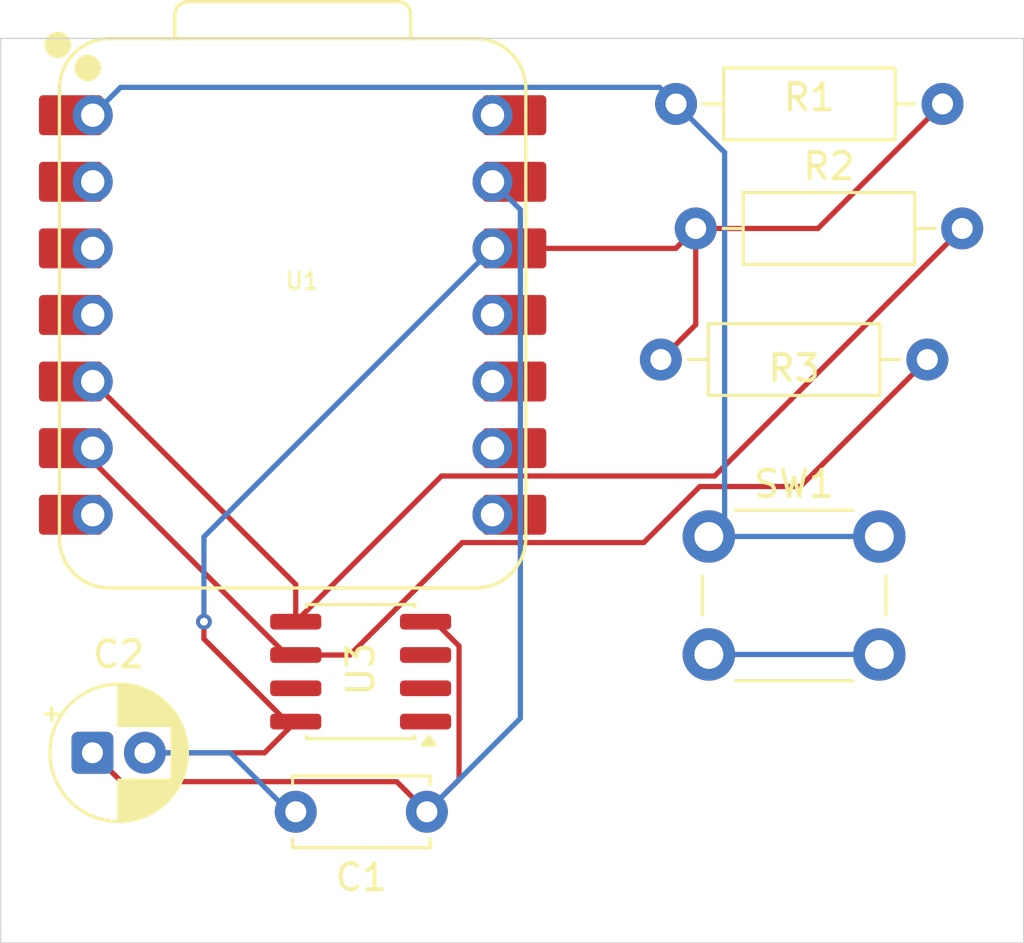
<source format=kicad_pcb>
(kicad_pcb (version 20241229) (generator "pcbnew") (generator_version "9.0")
  (layers (0 "F.Cu" signal) (2 "B.Cu" signal) (13 "F.Paste" user) (15 "B.Paste" user) (5 "F.SilkS" user "F.Silkscreen") (7 "B.SilkS" user "B.Silkscreen") (1 "F.Mask" user) (3 "B.Mask" user) (25 "Edge.Cuts" user))
  (net 0 "")
  (net 1 "Net-(SW1-A)")
  (net 2 "Net-(U1-3V3)")
  (net 3 "Net-(U1-GPIO26{slash}ADC0{slash}A0)")
  (net 4 "Net-(U1-GPIO6{slash}SDA)")
  (net 5 "Net-(U1-GPIO7{slash}SCL)")
  (net 6 "unconnected-(SW1-Pad2)")
  (footprint "opl:XIAO-RP2040-DIP" (layer "F.Cu") (at 93.631 83.5495)
    (property "Reference" "U1" (at 0.369 -1.2995 0) (layer "F.SilkS") (effects (font (size 0.635 0.635) (thickness 0.1016))))
    (property "Value" "XIAO-RP2040-DIP")
    (fp_line (start -8.89 8.509) (end -8.89 -8.636) (stroke (width 0.127)) (layer "F.SilkS"))
    (fp_line (start -6.985 10.414) (end 6.985 10.414) (stroke (width 0.127)) (layer "F.SilkS"))
    (fp_line (start -4.495 -10.541) (end -4.491272 -11.451272) (stroke (width 0.127)) (layer "F.SilkS"))
    (fp_line (start -3.991272 -11.951) (end 4.004 -11.951) (stroke (width 0.127)) (layer "F.SilkS"))
    (fp_line (start 4.504 -11.451) (end 4.504 -10.541) (stroke (width 0.127)) (layer "F.SilkS"))
    (fp_line (start 6.985 -10.541) (end -6.985 -10.541) (stroke (width 0.1)) (layer "F.SilkS"))
    (fp_line (start 6.985 -10.541) (end -6.985 -10.541) (stroke (width 0.127)) (layer "F.SilkS"))
    (fp_line (start 8.89 8.509) (end 8.89 -8.636) (stroke (width 0.127)) (layer "F.SilkS"))
    (fp_arc (start -8.89 -8.636) (mid -8.332038 -9.983038) (end -6.985 -10.541) (stroke (width 0.127)) (layer "F.SilkS"))
    (fp_arc (start -6.985 10.414) (mid -8.332038 9.856038) (end -8.89 8.509) (stroke (width 0.127)) (layer "F.SilkS"))
    (fp_arc (start -4.491272 -11.451272) (mid -4.344728 -11.80464) (end -3.991272 -11.951) (stroke (width 0.127)) (layer "F.SilkS"))
    (fp_arc (start 4.004 -11.951) (mid 4.357553 -11.804553) (end 4.504 -11.451) (stroke (width 0.127)) (layer "F.SilkS"))
    (fp_arc (start 6.985 -10.541) (mid 8.332038 -9.983038) (end 8.89 -8.636) (stroke (width 0.127)) (layer "F.SilkS"))
    (fp_arc (start 8.89 8.509) (mid 8.332038 9.856038) (end 6.985 10.414) (stroke (width 0.127)) (layer "F.SilkS"))
    (fp_circle (center -8.95 -10.3) (end -8.95 -10.554) (stroke (width 0.5)) (fill yes) (layer "F.SilkS"))
    (fp_circle (center -7.807 -9.42) (end -7.807 -9.674) (stroke (width 0.5)) (fill yes) (layer "F.SilkS"))
    (pad "1" smd roundrect (at -8.455 -7.62 180) (size 2.432 1.524) (layers "F.Cu" "F.Mask") (roundrect_rratio 0.1) (net 3 "Net-(U1-GPIO26{slash}ADC0{slash}A0)"))
    (pad "1" thru_hole circle (at -7.62 -7.62 180) (size 1.524 1.524) (drill 0.889) (layers "*.Cu" "*.Mask") (net 3 "Net-(U1-GPIO26{slash}ADC0{slash}A0)"))
    (pad "2" smd roundrect (at -8.455 -5.08 180) (size 2.432 1.524) (layers "F.Cu" "F.Mask") (roundrect_rratio 0.1))
    (pad "2" thru_hole circle (at -7.62 -5.08 180) (size 1.524 1.524) (drill 0.889) (layers "*.Cu" "*.Mask"))
    (pad "3" smd roundrect (at -8.455 -2.54 180) (size 2.432 1.524) (layers "F.Cu" "F.Mask") (roundrect_rratio 0.1))
    (pad "3" thru_hole circle (at -7.62 -2.54 180) (size 1.524 1.524) (drill 0.889) (layers "*.Cu" "*.Mask"))
    (pad "4" smd roundrect (at -8.455 0 180) (size 2.432 1.524) (layers "F.Cu" "F.Mask") (roundrect_rratio 0.1))
    (pad "4" thru_hole circle (at -7.62 0 180) (size 1.524 1.524) (drill 0.889) (layers "*.Cu" "*.Mask"))
    (pad "5" smd roundrect (at -8.455 2.54 180) (size 2.432 1.524) (layers "F.Cu" "F.Mask") (roundrect_rratio 0.1) (net 4 "Net-(U1-GPIO6{slash}SDA)"))
    (pad "5" thru_hole circle (at -7.62 2.54 180) (size 1.524 1.524) (drill 0.889) (layers "*.Cu" "*.Mask") (net 4 "Net-(U1-GPIO6{slash}SDA)"))
    (pad "6" smd roundrect (at -8.455 5.08 180) (size 2.432 1.524) (layers "F.Cu" "F.Mask") (roundrect_rratio 0.1) (net 5 "Net-(U1-GPIO7{slash}SCL)"))
    (pad "6" thru_hole circle (at -7.62 5.08 180) (size 1.524 1.524) (drill 0.889) (layers "*.Cu" "*.Mask") (net 5 "Net-(U1-GPIO7{slash}SCL)"))
    (pad "7" smd roundrect (at -8.455 7.62 180) (size 2.432 1.524) (layers "F.Cu" "F.Mask") (roundrect_rratio 0.1))
    (pad "7" thru_hole circle (at -7.62 7.62 180) (size 1.524 1.524) (drill 0.889) (layers "*.Cu" "*.Mask"))
    (pad "8" thru_hole circle (at 7.62 7.62) (size 1.524 1.524) (drill 0.889) (layers "*.Cu" "*.Mask"))
    (pad "8" smd roundrect (at 8.455 7.62) (size 2.432 1.524) (layers "F.Cu" "F.Mask") (roundrect_rratio 0.1))
    (pad "9" thru_hole circle (at 7.62 5.08) (size 1.524 1.524) (drill 0.889) (layers "*.Cu" "*.Mask"))
    (pad "9" smd roundrect (at 8.455 5.08) (size 2.432 1.524) (layers "F.Cu" "F.Mask") (roundrect_rratio 0.1))
    (pad "10" thru_hole circle (at 7.62 2.54) (size 1.524 1.524) (drill 0.889) (layers "*.Cu" "*.Mask"))
    (pad "10" smd roundrect (at 8.455 2.54) (size 2.432 1.524) (layers "F.Cu" "F.Mask") (roundrect_rratio 0.1))
    (pad "11" thru_hole circle (at 7.62 0) (size 1.524 1.524) (drill 0.889) (layers "*.Cu" "*.Mask"))
    (pad "11" smd roundrect (at 8.455 0) (size 2.432 1.524) (layers "F.Cu" "F.Mask") (roundrect_rratio 0.1))
    (pad "12" thru_hole circle (at 7.62 -2.54) (size 1.524 1.524) (drill 0.889) (layers "*.Cu" "*.Mask") (net 2 "Net-(U1-3V3)"))
    (pad "12" smd roundrect (at 8.455 -2.54) (size 2.432 1.524) (layers "F.Cu" "F.Mask") (roundrect_rratio 0.1) (net 2 "Net-(U1-3V3)"))
    (pad "13" thru_hole circle (at 7.62 -5.08) (size 1.524 1.524) (drill 0.889) (layers "*.Cu" "*.Mask") (net 1 "Net-(SW1-A)"))
    (pad "13" smd roundrect (at 8.455 -5.08) (size 2.432 1.524) (layers "F.Cu" "F.Mask") (roundrect_rratio 0.1) (net 1 "Net-(SW1-A)"))
    (pad "14" thru_hole circle (at 7.62 -7.62) (size 1.524 1.524) (drill 0.889) (layers "*.Cu" "*.Mask"))
    (pad "14" smd roundrect (at 8.455 -7.62) (size 2.432 1.524) (layers "F.Cu" "F.Mask") (roundrect_rratio 0.1))
  )
  (footprint "Capacitor_THT:C_Disc_D5.0mm_W2.5mm_P5.00mm" (layer "F.Cu") (at 98.75 102.5 180)
    (property "Reference" "C1" (at 2.5 -2.5 0) (layer "F.SilkS"))
    (property "Value" "100nF")
    (fp_line (start 5.12 1.37) (end -0.12 1.37) (stroke (width 0.12)) (layer "F.SilkS"))
    (fp_line (start 5.12 1.033) (end 5.12 1.37) (stroke (width 0.12)) (layer "F.SilkS"))
    (fp_line (start 5.12 -1.37) (end 5.12 -1.033) (stroke (width 0.12)) (layer "F.SilkS"))
    (fp_line (start -0.12 1.37) (end -0.12 1.033) (stroke (width 0.12)) (layer "F.SilkS"))
    (fp_line (start -0.12 -1.033) (end -0.12 -1.37) (stroke (width 0.12)) (layer "F.SilkS"))
    (fp_line (start -0.12 -1.37) (end 5.12 -1.37) (stroke (width 0.12)) (layer "F.SilkS"))
    (pad "1" thru_hole circle (at 0 0 180) (size 1.6 1.6) (drill 0.8) (layers "*.Cu" "*.Mask") (net 1 "Net-(SW1-A)"))
    (pad "2" thru_hole circle (at 5 0 180) (size 1.6 1.6) (drill 0.8) (layers "*.Cu" "*.Mask") (net 2 "Net-(U1-3V3)"))
  )
  (footprint "Button_Switch_THT:SW_PUSH_6mm" (layer "F.Cu") (at 109.5 92)
    (property "Reference" "SW1" (at 3.25 -2 0) (layer "F.SilkS"))
    (property "Value" "SW_MEC_5E")
    (fp_line (start -0.25 1.5) (end -0.25 3) (stroke (width 0.12)) (layer "F.SilkS"))
    (fp_line (start 1 5.5) (end 5.5 5.5) (stroke (width 0.12)) (layer "F.SilkS"))
    (fp_line (start 5.5 -1) (end 1 -1) (stroke (width 0.12)) (layer "F.SilkS"))
    (fp_line (start 6.75 3) (end 6.75 1.5) (stroke (width 0.12)) (layer "F.SilkS"))
    (pad "1" thru_hole circle (at 0 0 90) (size 2 2) (drill 1.1) (layers "*.Cu" "*.Mask") (net 3 "Net-(U1-GPIO26{slash}ADC0{slash}A0)"))
    (pad "1" thru_hole circle (at 6.5 0 90) (size 2 2) (drill 1.1) (layers "*.Cu" "*.Mask") (net 3 "Net-(U1-GPIO26{slash}ADC0{slash}A0)"))
    (pad "2" thru_hole circle (at 0 4.5 90) (size 2 2) (drill 1.1) (layers "*.Cu" "*.Mask") (net 6 "unconnected-(SW1-Pad2)"))
    (pad "2" thru_hole circle (at 6.5 4.5 90) (size 2 2) (drill 1.1) (layers "*.Cu" "*.Mask") (net 6 "unconnected-(SW1-Pad2)"))
  )
  (footprint "Capacitor_THT:CP_Radial_D5.0mm_P2.00mm" (layer "F.Cu") (at 86 100.25)
    (property "Reference" "C2" (at 1 -3.75 0) (layer "F.SilkS"))
    (property "Value" "10µF")
    (fp_line (start -1.804775 -1.475) (end -1.304775 -1.475) (stroke (width 0.12)) (layer "F.SilkS"))
    (fp_line (start -1.554775 -1.725) (end -1.554775 -1.225) (stroke (width 0.12)) (layer "F.SilkS"))
    (fp_line (start 1 -2.58) (end 1 -1.04) (stroke (width 0.12)) (layer "F.SilkS"))
    (fp_line (start 1 1.04) (end 1 2.58) (stroke (width 0.12)) (layer "F.SilkS"))
    (fp_line (start 1.04 -2.58) (end 1.04 -1.04) (stroke (width 0.12)) (layer "F.SilkS"))
    (fp_line (start 1.04 1.04) (end 1.04 2.58) (stroke (width 0.12)) (layer "F.SilkS"))
    (fp_line (start 1.08 -2.579) (end 1.08 -1.04) (stroke (width 0.12)) (layer "F.SilkS"))
    (fp_line (start 1.08 1.04) (end 1.08 2.579) (stroke (width 0.12)) (layer "F.SilkS"))
    (fp_line (start 1.12 -2.577) (end 1.12 -1.04) (stroke (width 0.12)) (layer "F.SilkS"))
    (fp_line (start 1.12 1.04) (end 1.12 2.577) (stroke (width 0.12)) (layer "F.SilkS"))
    (fp_line (start 1.16 -2.575) (end 1.16 -1.04) (stroke (width 0.12)) (layer "F.SilkS"))
    (fp_line (start 1.16 1.04) (end 1.16 2.575) (stroke (width 0.12)) (layer "F.SilkS"))
    (fp_line (start 1.2 -2.572) (end 1.2 -1.04) (stroke (width 0.12)) (layer "F.SilkS"))
    (fp_line (start 1.2 1.04) (end 1.2 2.572) (stroke (width 0.12)) (layer "F.SilkS"))
    (fp_line (start 1.24 -2.569) (end 1.24 -1.04) (stroke (width 0.12)) (layer "F.SilkS"))
    (fp_line (start 1.24 1.04) (end 1.24 2.569) (stroke (width 0.12)) (layer "F.SilkS"))
    (fp_line (start 1.28 -2.565) (end 1.28 -1.04) (stroke (width 0.12)) (layer "F.SilkS"))
    (fp_line (start 1.28 1.04) (end 1.28 2.565) (stroke (width 0.12)) (layer "F.SilkS"))
    (fp_line (start 1.32 -2.56) (end 1.32 -1.04) (stroke (width 0.12)) (layer "F.SilkS"))
    (fp_line (start 1.32 1.04) (end 1.32 2.56) (stroke (width 0.12)) (layer "F.SilkS"))
    (fp_line (start 1.36 -2.555) (end 1.36 -1.04) (stroke (width 0.12)) (layer "F.SilkS"))
    (fp_line (start 1.36 1.04) (end 1.36 2.555) (stroke (width 0.12)) (layer "F.SilkS"))
    (fp_line (start 1.4 -2.549) (end 1.4 -1.04) (stroke (width 0.12)) (layer "F.SilkS"))
    (fp_line (start 1.4 1.04) (end 1.4 2.549) (stroke (width 0.12)) (layer "F.SilkS"))
    (fp_line (start 1.44 -2.543) (end 1.44 -1.04) (stroke (width 0.12)) (layer "F.SilkS"))
    (fp_line (start 1.44 1.04) (end 1.44 2.543) (stroke (width 0.12)) (layer "F.SilkS"))
    (fp_line (start 1.48 -2.536) (end 1.48 -1.04) (stroke (width 0.12)) (layer "F.SilkS"))
    (fp_line (start 1.48 1.04) (end 1.48 2.536) (stroke (width 0.12)) (layer "F.SilkS"))
    (fp_line (start 1.52 -2.528) (end 1.52 -1.04) (stroke (width 0.12)) (layer "F.SilkS"))
    (fp_line (start 1.52 1.04) (end 1.52 2.528) (stroke (width 0.12)) (layer "F.SilkS"))
    (fp_line (start 1.56 -2.519) (end 1.56 -1.04) (stroke (width 0.12)) (layer "F.SilkS"))
    (fp_line (start 1.56 1.04) (end 1.56 2.519) (stroke (width 0.12)) (layer "F.SilkS"))
    (fp_line (start 1.6 -2.51) (end 1.6 -1.04) (stroke (width 0.12)) (layer "F.SilkS"))
    (fp_line (start 1.6 1.04) (end 1.6 2.51) (stroke (width 0.12)) (layer "F.SilkS"))
    (fp_line (start 1.64 -2.501) (end 1.64 -1.04) (stroke (width 0.12)) (layer "F.SilkS"))
    (fp_line (start 1.64 1.04) (end 1.64 2.501) (stroke (width 0.12)) (layer "F.SilkS"))
    (fp_line (start 1.68 -2.49) (end 1.68 -1.04) (stroke (width 0.12)) (layer "F.SilkS"))
    (fp_line (start 1.68 1.04) (end 1.68 2.49) (stroke (width 0.12)) (layer "F.SilkS"))
    (fp_line (start 1.72 -2.479) (end 1.72 -1.04) (stroke (width 0.12)) (layer "F.SilkS"))
    (fp_line (start 1.72 1.04) (end 1.72 2.479) (stroke (width 0.12)) (layer "F.SilkS"))
    (fp_line (start 1.76 -2.467) (end 1.76 -1.04) (stroke (width 0.12)) (layer "F.SilkS"))
    (fp_line (start 1.76 1.04) (end 1.76 2.467) (stroke (width 0.12)) (layer "F.SilkS"))
    (fp_line (start 1.8 -2.455) (end 1.8 -1.04) (stroke (width 0.12)) (layer "F.SilkS"))
    (fp_line (start 1.8 1.04) (end 1.8 2.455) (stroke (width 0.12)) (layer "F.SilkS"))
    (fp_line (start 1.84 -2.442) (end 1.84 -1.04) (stroke (width 0.12)) (layer "F.SilkS"))
    (fp_line (start 1.84 1.04) (end 1.84 2.442) (stroke (width 0.12)) (layer "F.SilkS"))
    (fp_line (start 1.88 -2.428) (end 1.88 -1.04) (stroke (width 0.12)) (layer "F.SilkS"))
    (fp_line (start 1.88 1.04) (end 1.88 2.428) (stroke (width 0.12)) (layer "F.SilkS"))
    (fp_line (start 1.92 -2.413) (end 1.92 -1.04) (stroke (width 0.12)) (layer "F.SilkS"))
    (fp_line (start 1.92 1.04) (end 1.92 2.413) (stroke (width 0.12)) (layer "F.SilkS"))
    (fp_line (start 1.96 -2.398) (end 1.96 -1.04) (stroke (width 0.12)) (layer "F.SilkS"))
    (fp_line (start 1.96 1.04) (end 1.96 2.398) (stroke (width 0.12)) (layer "F.SilkS"))
    (fp_line (start 2 -2.382) (end 2 -1.04) (stroke (width 0.12)) (layer "F.SilkS"))
    (fp_line (start 2 1.04) (end 2 2.382) (stroke (width 0.12)) (layer "F.SilkS"))
    (fp_line (start 2.04 -2.365) (end 2.04 -1.04) (stroke (width 0.12)) (layer "F.SilkS"))
    (fp_line (start 2.04 1.04) (end 2.04 2.365) (stroke (width 0.12)) (layer "F.SilkS"))
    (fp_line (start 2.08 -2.347) (end 2.08 -1.04) (stroke (width 0.12)) (layer "F.SilkS"))
    (fp_line (start 2.08 1.04) (end 2.08 2.347) (stroke (width 0.12)) (layer "F.SilkS"))
    (fp_line (start 2.12 -2.329) (end 2.12 -1.04) (stroke (width 0.12)) (layer "F.SilkS"))
    (fp_line (start 2.12 1.04) (end 2.12 2.329) (stroke (width 0.12)) (layer "F.SilkS"))
    (fp_line (start 2.16 -2.309) (end 2.16 -1.04) (stroke (width 0.12)) (layer "F.SilkS"))
    (fp_line (start 2.16 1.04) (end 2.16 2.309) (stroke (width 0.12)) (layer "F.SilkS"))
    (fp_line (start 2.2 -2.289) (end 2.2 -1.04) (stroke (width 0.12)) (layer "F.SilkS"))
    (fp_line (start 2.2 1.04) (end 2.2 2.289) (stroke (width 0.12)) (layer "F.SilkS"))
    (fp_line (start 2.24 -2.268) (end 2.24 -1.04) (stroke (width 0.12)) (layer "F.SilkS"))
    (fp_line (start 2.24 1.04) (end 2.24 2.268) (stroke (width 0.12)) (layer "F.SilkS"))
    (fp_line (start 2.28 -2.246) (end 2.28 -1.04) (stroke (width 0.12)) (layer "F.SilkS"))
    (fp_line (start 2.28 1.04) (end 2.28 2.246) (stroke (width 0.12)) (layer "F.SilkS"))
    (fp_line (start 2.32 -2.223) (end 2.32 -1.04) (stroke (width 0.12)) (layer "F.SilkS"))
    (fp_line (start 2.32 1.04) (end 2.32 2.223) (stroke (width 0.12)) (layer "F.SilkS"))
    (fp_line (start 2.36 -2.199) (end 2.36 -1.04) (stroke (width 0.12)) (layer "F.SilkS"))
    (fp_line (start 2.36 1.04) (end 2.36 2.199) (stroke (width 0.12)) (layer "F.SilkS"))
    (fp_line (start 2.4 -2.175) (end 2.4 -1.04) (stroke (width 0.12)) (layer "F.SilkS"))
    (fp_line (start 2.4 1.04) (end 2.4 2.175) (stroke (width 0.12)) (layer "F.SilkS"))
    (fp_line (start 2.44 -2.149) (end 2.44 -1.04) (stroke (width 0.12)) (layer "F.SilkS"))
    (fp_line (start 2.44 1.04) (end 2.44 2.149) (stroke (width 0.12)) (layer "F.SilkS"))
    (fp_line (start 2.48 -2.122) (end 2.48 -1.04) (stroke (width 0.12)) (layer "F.SilkS"))
    (fp_line (start 2.48 1.04) (end 2.48 2.122) (stroke (width 0.12)) (layer "F.SilkS"))
    (fp_line (start 2.52 -2.094) (end 2.52 -1.04) (stroke (width 0.12)) (layer "F.SilkS"))
    (fp_line (start 2.52 1.04) (end 2.52 2.094) (stroke (width 0.12)) (layer "F.SilkS"))
    (fp_line (start 2.56 -2.065) (end 2.56 -1.04) (stroke (width 0.12)) (layer "F.SilkS"))
    (fp_line (start 2.56 1.04) (end 2.56 2.065) (stroke (width 0.12)) (layer "F.SilkS"))
    (fp_line (start 2.6 -2.035) (end 2.6 -1.04) (stroke (width 0.12)) (layer "F.SilkS"))
    (fp_line (start 2.6 1.04) (end 2.6 2.035) (stroke (width 0.12)) (layer "F.SilkS"))
    (fp_line (start 2.64 -2.003) (end 2.64 -1.04) (stroke (width 0.12)) (layer "F.SilkS"))
    (fp_line (start 2.64 1.04) (end 2.64 2.003) (stroke (width 0.12)) (layer "F.SilkS"))
    (fp_line (start 2.68 -1.97) (end 2.68 -1.04) (stroke (width 0.12)) (layer "F.SilkS"))
    (fp_line (start 2.68 1.04) (end 2.68 1.97) (stroke (width 0.12)) (layer "F.SilkS"))
    (fp_line (start 2.72 -1.936) (end 2.72 -1.04) (stroke (width 0.12)) (layer "F.SilkS"))
    (fp_line (start 2.72 1.04) (end 2.72 1.936) (stroke (width 0.12)) (layer "F.SilkS"))
    (fp_line (start 2.76 -1.901) (end 2.76 -1.04) (stroke (width 0.12)) (layer "F.SilkS"))
    (fp_line (start 2.76 1.04) (end 2.76 1.901) (stroke (width 0.12)) (layer "F.SilkS"))
    (fp_line (start 2.8 -1.864) (end 2.8 -1.04) (stroke (width 0.12)) (layer "F.SilkS"))
    (fp_line (start 2.8 1.04) (end 2.8 1.864) (stroke (width 0.12)) (layer "F.SilkS"))
    (fp_line (start 2.84 -1.825) (end 2.84 -1.04) (stroke (width 0.12)) (layer "F.SilkS"))
    (fp_line (start 2.84 1.04) (end 2.84 1.825) (stroke (width 0.12)) (layer "F.SilkS"))
    (fp_line (start 2.88 -1.785) (end 2.88 -1.04) (stroke (width 0.12)) (layer "F.SilkS"))
    (fp_line (start 2.88 1.04) (end 2.88 1.785) (stroke (width 0.12)) (layer "F.SilkS"))
    (fp_line (start 2.92 -1.743) (end 2.92 -1.04) (stroke (width 0.12)) (layer "F.SilkS"))
    (fp_line (start 2.92 1.04) (end 2.92 1.743) (stroke (width 0.12)) (layer "F.SilkS"))
    (fp_line (start 2.96 -1.699) (end 2.96 -1.04) (stroke (width 0.12)) (layer "F.SilkS"))
    (fp_line (start 2.96 1.04) (end 2.96 1.699) (stroke (width 0.12)) (layer "F.SilkS"))
    (fp_line (start 3 -1.652) (end 3 -1.04) (stroke (width 0.12)) (layer "F.SilkS"))
    (fp_line (start 3 1.04) (end 3 1.652) (stroke (width 0.12)) (layer "F.SilkS"))
    (fp_line (start 3.04 -1.604) (end 3.04 1.604) (stroke (width 0.12)) (layer "F.SilkS"))
    (fp_line (start 3.08 -1.553) (end 3.08 1.553) (stroke (width 0.12)) (layer "F.SilkS"))
    (fp_line (start 3.12 -1.499) (end 3.12 1.499) (stroke (width 0.12)) (layer "F.SilkS"))
    (fp_line (start 3.16 -1.443) (end 3.16 1.443) (stroke (width 0.12)) (layer "F.SilkS"))
    (fp_line (start 3.2 -1.383) (end 3.2 1.383) (stroke (width 0.12)) (layer "F.SilkS"))
    (fp_line (start 3.24 -1.319) (end 3.24 1.319) (stroke (width 0.12)) (layer "F.SilkS"))
    (fp_line (start 3.28 -1.251) (end 3.28 1.251) (stroke (width 0.12)) (layer "F.SilkS"))
    (fp_line (start 3.32 -1.177) (end 3.32 1.177) (stroke (width 0.12)) (layer "F.SilkS"))
    (fp_line (start 3.36 -1.098) (end 3.36 1.098) (stroke (width 0.12)) (layer "F.SilkS"))
    (fp_line (start 3.4 -1.011) (end 3.4 1.011) (stroke (width 0.12)) (layer "F.SilkS"))
    (fp_line (start 3.44 -0.914) (end 3.44 0.914) (stroke (width 0.12)) (layer "F.SilkS"))
    (fp_line (start 3.48 -0.805) (end 3.48 0.805) (stroke (width 0.12)) (layer "F.SilkS"))
    (fp_line (start 3.52 -0.677) (end 3.52 0.677) (stroke (width 0.12)) (layer "F.SilkS"))
    (fp_line (start 3.56 -0.517) (end 3.56 0.517) (stroke (width 0.12)) (layer "F.SilkS"))
    (fp_line (start 3.6 -0.283) (end 3.6 0.283) (stroke (width 0.12)) (layer "F.SilkS"))
    (fp_circle (center 1 0) (end 3.62 0) (stroke (width 0.12)) (fill no) (layer "F.SilkS"))
    (pad "1" thru_hole roundrect (at 0 0) (size 1.6 1.6) (drill 0.8) (layers "*.Cu" "*.Mask") (roundrect_rratio 0.15625) (net 1 "Net-(SW1-A)"))
    (pad "2" thru_hole circle (at 2 0) (size 1.6 1.6) (drill 0.8) (layers "*.Cu" "*.Mask") (net 2 "Net-(U1-3V3)"))
  )
  (footprint "Resistor_THT:R_Axial_DIN0207_L6.3mm_D2.5mm_P10.16mm_Horizontal" (layer "F.Cu") (at 108.25 75.5)
    (property "Reference" "R1" (at 5.08 -0.25 0) (layer "F.SilkS"))
    (property "Value" "10kΩ")
    (fp_line (start 1.04 0) (end 1.81 0) (stroke (width 0.12)) (layer "F.SilkS"))
    (fp_line (start 9.12 0) (end 8.35 0) (stroke (width 0.12)) (layer "F.SilkS"))
    (fp_rect (start 1.81 -1.37) (end 8.35 1.37) (stroke (width 0.12)) (fill no) (layer "F.SilkS"))
    (pad "1" thru_hole circle (at 0 0) (size 1.6 1.6) (drill 0.8) (layers "*.Cu" "*.Mask") (net 3 "Net-(U1-GPIO26{slash}ADC0{slash}A0)"))
    (pad "2" thru_hole circle (at 10.16 0) (size 1.6 1.6) (drill 0.8) (layers "*.Cu" "*.Mask") (net 2 "Net-(U1-3V3)"))
  )
  (footprint "Resistor_THT:R_Axial_DIN0207_L6.3mm_D2.5mm_P10.16mm_Horizontal" (layer "F.Cu") (at 109 80.25)
    (property "Reference" "R2" (at 5.08 -2.37 0) (layer "F.SilkS"))
    (property "Value" "4.7kΩ")
    (fp_line (start 1.04 0) (end 1.81 0) (stroke (width 0.12)) (layer "F.SilkS"))
    (fp_line (start 9.12 0) (end 8.35 0) (stroke (width 0.12)) (layer "F.SilkS"))
    (fp_rect (start 1.81 -1.37) (end 8.35 1.37) (stroke (width 0.12)) (fill no) (layer "F.SilkS"))
    (pad "1" thru_hole circle (at 0 0) (size 1.6 1.6) (drill 0.8) (layers "*.Cu" "*.Mask") (net 2 "Net-(U1-3V3)"))
    (pad "2" thru_hole circle (at 10.16 0) (size 1.6 1.6) (drill 0.8) (layers "*.Cu" "*.Mask") (net 4 "Net-(U1-GPIO6{slash}SDA)"))
  )
  (footprint "Package_SO:SOIC-8_3.9x4.9mm_P1.27mm" (layer "F.Cu") (at 96.225 97.155 180)
    (property "Reference" "U3" (at 0 0.095 90) (layer "F.SilkS"))
    (property "Value" "ATECC608A-SSHDA" (hide yes))
    (fp_line (start 2.06 2.56) (end -2.06 2.56) (stroke (width 0.12)) (layer "F.SilkS"))
    (fp_line (start 2.06 2.465) (end 2.06 2.56) (stroke (width 0.12)) (layer "F.SilkS"))
    (fp_line (start 2.06 -2.56) (end 2.06 -2.465) (stroke (width 0.12)) (layer "F.SilkS"))
    (fp_line (start -2.06 2.56) (end -2.06 2.465) (stroke (width 0.12)) (layer "F.SilkS"))
    (fp_line (start -2.06 -2.465) (end -2.06 -2.56) (stroke (width 0.12)) (layer "F.SilkS"))
    (fp_line (start -2.06 -2.56) (end 2.06 -2.56) (stroke (width 0.12)) (layer "F.SilkS"))
    (fp_poly (pts (xy -2.6 -2.47) (xy -2.84 -2.8) (xy -2.36 -2.8)) (stroke (width 0.12)) (fill yes) (layer "F.SilkS"))
    (pad "1" smd roundrect (at -2.475 -1.905 180) (size 1.95 0.6) (layers "F.Cu" "F.Mask" "F.Paste"))
    (pad "2" smd roundrect (at -2.475 -0.635 180) (size 1.95 0.6) (layers "F.Cu" "F.Mask" "F.Paste"))
    (pad "3" smd roundrect (at -2.475 0.635 180) (size 1.95 0.6) (layers "F.Cu" "F.Mask" "F.Paste"))
    (pad "4" smd roundrect (at -2.475 1.905 180) (size 1.95 0.6) (layers "F.Cu" "F.Mask" "F.Paste") (net 1 "Net-(SW1-A)"))
    (pad "5" smd roundrect (at 2.475 1.905 180) (size 1.95 0.6) (layers "F.Cu" "F.Mask" "F.Paste") (net 4 "Net-(U1-GPIO6{slash}SDA)"))
    (pad "6" smd roundrect (at 2.475 0.635 180) (size 1.95 0.6) (layers "F.Cu" "F.Mask" "F.Paste") (net 5 "Net-(U1-GPIO7{slash}SCL)"))
    (pad "7" smd roundrect (at 2.475 -0.635 180) (size 1.95 0.6) (layers "F.Cu" "F.Mask" "F.Paste"))
    (pad "8" smd roundrect (at 2.475 -1.905 180) (size 1.95 0.6) (layers "F.Cu" "F.Mask" "F.Paste") (net 2 "Net-(U1-3V3)"))
  )
  (footprint "Resistor_THT:R_Axial_DIN0207_L6.3mm_D2.5mm_P10.16mm_Horizontal" (layer "F.Cu") (at 107.67 85.25)
    (property "Reference" "R3" (at 5.08 0.34 0) (layer "F.SilkS"))
    (property "Value" "4.7kΩ")
    (fp_line (start 1.04 0) (end 1.81 0) (stroke (width 0.12)) (layer "F.SilkS"))
    (fp_line (start 9.12 0) (end 8.35 0) (stroke (width 0.12)) (layer "F.SilkS"))
    (fp_rect (start 1.81 -1.37) (end 8.35 1.37) (stroke (width 0.12)) (fill no) (layer "F.SilkS"))
    (pad "1" thru_hole circle (at 0 0) (size 1.6 1.6) (drill 0.8) (layers "*.Cu" "*.Mask") (net 2 "Net-(U1-3V3)"))
    (pad "2" thru_hole circle (at 10.16 0) (size 1.6 1.6) (drill 0.8) (layers "*.Cu" "*.Mask") (net 5 "Net-(U1-GPIO7{slash}SCL)"))
  )
  (gr_rect (start 82.5 73) (end 121.5 107.5) (stroke (width 0.05)) (fill no) (layer "Edge.Cuts"))
  (segment (start 87.101 101.351) (end 86 100.25) (width 0.2) (layer "F.Cu") (net 1))
  (segment (start 99.976 101.274) (end 99.976 96.179032) (width 0.2) (layer "F.Cu") (net 1))
  (segment (start 99.046968 95.25) (end 98.7 95.25) (width 0.2) (layer "F.Cu") (net 1))
  (segment (start 97.601 101.351) (end 87.101 101.351) (width 0.2) (layer "F.Cu") (net 1))
  (segment (start 98.75 102.5) (end 99.976 101.274) (width 0.2) (layer "F.Cu") (net 1))
  (segment (start 99.976 96.179032) (end 99.046968 95.25) (width 0.2) (layer "F.Cu") (net 1))
  (segment (start 98.75 102.5) (end 97.601 101.351) (width 0.2) (layer "F.Cu") (net 1))
  (segment (start 98.75 102.5) (end 102.314 98.936) (width 0.2) (layer "B.Cu") (net 1))
  (segment (start 102.314 98.936) (end 102.314 79.5325) (width 0.2) (layer "B.Cu") (net 1))
  (segment (start 102.314 79.5325) (end 101.251 78.4695) (width 0.2) (layer "B.Cu") (net 1))
  (segment (start 101.251 81.0095) (end 108.2405 81.0095) (width 0.2) (layer "F.Cu") (net 2))
  (segment (start 92.56 100.25) (end 93.75 99.06) (width 0.2) (layer "F.Cu") (net 2))
  (segment (start 93.75 99.06) (end 93.403032 99.06) (width 0.2) (layer "F.Cu") (net 2))
  (segment (start 90.25 95.906968) (end 90.25 95.25) (width 0.2) (layer "F.Cu") (net 2))
  (segment (start 113.66 80.25) (end 118.41 75.5) (width 0.2) (layer "F.Cu") (net 2))
  (segment (start 108.2405 81.0095) (end 109 80.25) (width 0.2) (layer "F.Cu") (net 2))
  (segment (start 109 80.25) (end 109 83.92) (width 0.2) (layer "F.Cu") (net 2))
  (segment (start 109 83.92) (end 107.67 85.25) (width 0.2) (layer "F.Cu") (net 2))
  (segment (start 88 100.25) (end 92.56 100.25) (width 0.2) (layer "F.Cu") (net 2))
  (segment (start 109 80.25) (end 113.66 80.25) (width 0.2) (layer "F.Cu") (net 2))
  (segment (start 93.403032 99.06) (end 90.25 95.906968) (width 0.2) (layer "F.Cu") (net 2))
  (via (at 90.25 95.25) (size 0.6) (drill 0.3) (layers "F.Cu" "B.Cu") (net 2))
  (segment (start 93.75 102.5) (end 93.5 102.5) (width 0.2) (layer "B.Cu") (net 2))
  (segment (start 93.5 102.5) (end 91.25 100.25) (width 0.2) (layer "B.Cu") (net 2))
  (segment (start 90.25 92.0105) (end 101.251 81.0095) (width 0.2) (layer "B.Cu") (net 2))
  (segment (start 91.25 100.25) (end 88 100.25) (width 0.2) (layer "B.Cu") (net 2))
  (segment (start 90.25 95.25) (end 90.25 92.0105) (width 0.2) (layer "B.Cu") (net 2))
  (segment (start 87.074 74.8665) (end 107.6165 74.8665) (width 0.2) (layer "B.Cu") (net 3))
  (segment (start 108.25 75.5) (end 110.101 77.351) (width 0.2) (layer "B.Cu") (net 3))
  (segment (start 86.011 75.9295) (end 87.074 74.8665) (width 0.2) (layer "B.Cu") (net 3))
  (segment (start 110.101 77.351) (end 110.101 91.399) (width 0.2) (layer "B.Cu") (net 3))
  (segment (start 110.101 91.399) (end 109.5 92) (width 0.2) (layer "B.Cu") (net 3))
  (segment (start 107.6165 74.8665) (end 108.25 75.5) (width 0.2) (layer "B.Cu") (net 3))
  (segment (start 116 92) (end 109.5 92) (width 0.2) (layer "B.Cu") (net 3))
  (segment (start 109.7175 89.6925) (end 119.16 80.25) (width 0.2) (layer "F.Cu") (net 4))
  (segment (start 99.3075 89.6925) (end 109.7175 89.6925) (width 0.2) (layer "F.Cu") (net 4))
  (segment (start 93.75 95.25) (end 99.3075 89.6925) (width 0.2) (layer "F.Cu") (net 4))
  (segment (start 86.011 86.0895) (end 93.75 93.8285) (width 0.2) (layer "F.Cu") (net 4))
  (segment (start 93.75 93.8285) (end 93.75 95.25) (width 0.2) (layer "F.Cu") (net 4))
  (segment (start 112.9865 90.0935) (end 117.83 85.25) (width 0.2) (layer "F.Cu") (net 5))
  (segment (start 86.011 89.127968) (end 93.403032 96.52) (width 0.2) (layer "F.Cu") (net 5))
  (segment (start 86.011 88.6295) (end 86.011 89.127968) (width 0.2) (layer "F.Cu") (net 5))
  (segment (start 109.1565 90.0935) (end 112.9865 90.0935) (width 0.2) (layer "F.Cu") (net 5))
  (segment (start 95.813032 96.52) (end 100.100532 92.2325) (width 0.2) (layer "F.Cu") (net 5))
  (segment (start 93.75 96.52) (end 95.813032 96.52) (width 0.2) (layer "F.Cu") (net 5))
  (segment (start 107.0175 92.2325) (end 109.1565 90.0935) (width 0.2) (layer "F.Cu") (net 5))
  (segment (start 100.100532 92.2325) (end 107.0175 92.2325) (width 0.2) (layer "F.Cu") (net 5))
  (segment (start 93.403032 96.52) (end 93.75 96.52) (width 0.2) (layer "F.Cu") (net 5))
  (segment (start 109.5 96.5) (end 116 96.5) (width 0.2) (layer "B.Cu") (net 6))
)
</source>
